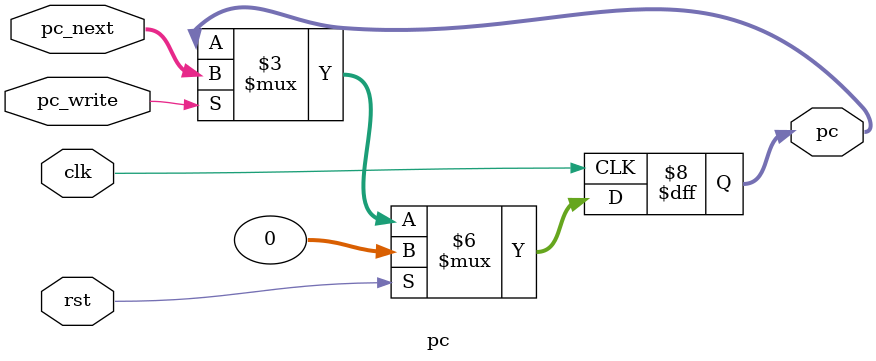
<source format=v>
module pc(pc, pc_next, clk, pc_write, rst);
input clk, pc_write;
input [31:0]pc_next;
output reg [31:0]pc;
input rst;
always @(posedge clk)
begin
	if(rst)
		pc<=0;
	else if(pc_write)
		pc<=pc_next;
	else
		pc<=pc;
end
endmodule

</source>
